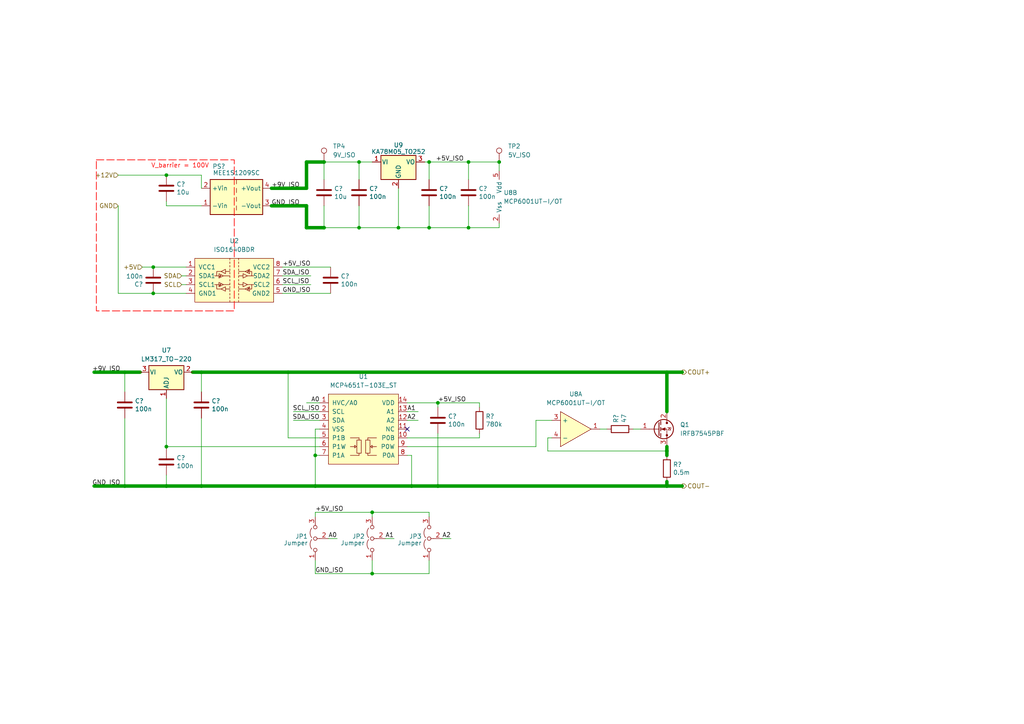
<source format=kicad_sch>
(kicad_sch (version 20230121) (generator eeschema)
  (paper "A4")
  (lib_symbols
    (symbol "Connector:TestPoint" (pin_numbers hide) (pin_names (offset 0.762) hide)
      (property "Reference" "TP" (at 0 6.858 0))
      (property "Value" "TestPoint" (at 0 5.08 0))
      (symbol "TestPoint_0_1"
        (circle (center 0 3.302) (radius 0.762))
      )
      (symbol "TestPoint_1_1"
        (pin passive line (at 0 0 90) (length 2.54) (name "1") (number "1"))
      )
    )
    (symbol "Converter_DCDC:MEE1S1209SC"
      (property "Reference" "PS" (at -7.62 6.35 0))
      (property "Value" "MEE1S1209SC" (at 1.27 6.35 0))
      (symbol "MEE1S1209SC_0_0"
        (pin power_in line (at -10.16 -2.54 0) (length 2.54) (name "-Vin") (number "1"))
        (pin power_in line (at -10.16 2.54 0) (length 2.54) (name "+Vin") (number "2"))
        (pin power_out line (at 10.16 -2.54 180) (length 2.54) (name "-Vout") (number "3"))
        (pin power_out line (at 10.16 2.54 180) (length 2.54) (name "+Vout") (number "4"))
      )
      (symbol "MEE1S1209SC_0_1"
        (rectangle (start -7.62 5.08) (end 7.62 -5.08) (stroke (width 0.254)) (fill (type background)))
        (polyline (pts (xy 0 -2.54) (xy 0 -3.81)))
        (polyline (pts (xy 0 0) (xy 0 -1.27)))
        (polyline (pts (xy 0 2.54) (xy 0 1.27)))
        (polyline (pts (xy 0 5.08) (xy 0 3.81)))
      )
    )
    (symbol "Device:C" (pin_numbers hide) (pin_names (offset 0.254))
      (property "Reference" "C" (at 0.635 2.54 0))
      (property "Value" "C" (at 0.635 -2.54 0))
      (symbol "C_0_1"
        (polyline (pts (xy -2.032 -0.762) (xy 2.032 -0.762)) (stroke (width 0.508)))
        (polyline (pts (xy -2.032 0.762) (xy 2.032 0.762)) (stroke (width 0.508)))
      )
      (symbol "C_1_1"
        (pin passive line (at 0 3.81 270) (length 2.794) (name "~") (number "1"))
        (pin passive line (at 0 -3.81 90) (length 2.794) (name "~") (number "2"))
      )
    )
    (symbol "Device:R" (pin_numbers hide) (pin_names (offset 0))
      (property "Reference" "R" (at 2.032 0 90))
      (property "Value" "R" (at 0 0 90))
      (symbol "R_0_1"
        (rectangle (start -1.016 -2.54) (end 1.016 2.54) (stroke (width 0.254)))
      )
      (symbol "R_1_1"
        (pin passive line (at 0 3.81 270) (length 1.27) (name "~") (number "1"))
        (pin passive line (at 0 -3.81 90) (length 1.27) (name "~") (number "2"))
      )
    )
    (symbol "ISO1640BDR_1" (pin_names (offset 1.016))
      (property "Reference" "U" (at 0 10.16 0))
      (property "Value" "ISO1640BDR" (at 0 7.62 0))
      (symbol "ISO1640BDR_1_0_1"
        (rectangle (start -11.43 6.35) (end 11.43 -6.35) (fill (type background)))
        (polyline (pts (xy -5.715 1.27) (xy -4.445 1.27)))
        (polyline (pts (xy -4.191 1.143) (xy -4.064 1.016)))
        (polyline (pts (xy -4.064 1.397) (xy -3.81 1.397)))
        (polyline (pts (xy -3.175 -1.27) (xy -1.27 -1.27)))
        (polyline (pts (xy -3.175 1.27) (xy -1.27 1.27)))
        (polyline (pts (xy -1.27 5.334) (xy -1.27 4.826)))
        (polyline (pts (xy -1.27 6.35) (xy -1.27 5.842)))
        (polyline (pts (xy 3.175 -2.54) (xy 1.27 -2.54)))
        (polyline (pts (xy 3.175 2.54) (xy 1.27 2.54)))
        (polyline (pts (xy -5.08 -1.27) (xy -5.08 -2.54) (xy -3.81 -2.54)))
        (polyline (pts (xy -5.08 1.27) (xy -5.08 2.54) (xy -3.81 2.54)))
        (polyline (pts (xy -4.191 1.143) (xy -4.064 1.397) (xy -4.191 1.143)))
        (polyline (pts (xy -4.064 1.016) (xy -4.318 1.016) (xy -4.191 1.016)))
        (polyline (pts (xy -4.064 1.016) (xy -3.937 1.27) (xy -4.064 1.397)))
        (polyline (pts (xy 4.445 2.54) (xy 5.08 2.54) (xy 5.08 1.27)))
        (polyline (pts (xy 4.445 -2.54) (xy 5.08 -2.54) (xy 5.08 -1.27) (xy 5.08 -2.54)))
        (polyline (pts (xy -4.445 1.905) (xy -4.445 0.635) (xy -3.175 1.27) (xy -4.445 1.905) (xy -3.175 1.27)))
      )
      (symbol "ISO1640BDR_1_1_1"
        (polyline (pts (xy -5.715 -1.27) (xy -4.445 -1.27)))
        (polyline (pts (xy -4.191 -1.397) (xy -4.064 -1.524)))
        (polyline (pts (xy -4.064 -1.143) (xy -3.81 -1.143)))
        (polyline (pts (xy -1.27 -5.842) (xy -1.27 -6.35)))
        (polyline (pts (xy -1.27 -4.826) (xy -1.27 -5.334)))
        (polyline (pts (xy -1.27 -3.81) (xy -1.27 -4.318)))
        (polyline (pts (xy -1.27 -2.794) (xy -1.27 -3.302)))
        (polyline (pts (xy -1.27 -2.54) (xy -2.54 -2.54)))
        (polyline (pts (xy -1.27 -1.778) (xy -1.27 -2.286)))
        (polyline (pts (xy -1.27 -0.762) (xy -1.27 -1.27)))
        (polyline (pts (xy -1.27 0.254) (xy -1.27 -0.254)))
        (polyline (pts (xy -1.27 1.27) (xy -1.27 0.762)))
        (polyline (pts (xy -1.27 2.286) (xy -1.27 1.778)))
        (polyline (pts (xy -1.27 2.54) (xy -2.54 2.54)))
        (polyline (pts (xy -1.27 3.302) (xy -1.27 2.794)))
        (polyline (pts (xy -1.27 4.318) (xy -1.27 3.81)))
        (polyline (pts (xy 1.27 -5.842) (xy 1.27 -6.35)))
        (polyline (pts (xy 1.27 -4.826) (xy 1.27 -5.334)))
        (polyline (pts (xy 1.27 -3.81) (xy 1.27 -4.318)))
        (polyline (pts (xy 1.27 -2.794) (xy 1.27 -3.302)))
        (polyline (pts (xy 1.27 -1.778) (xy 1.27 -2.286)))
        (polyline (pts (xy 1.27 -1.27) (xy 2.54 -1.27)))
        (polyline (pts (xy 1.27 -0.762) (xy 1.27 -1.27)))
        (polyline (pts (xy 1.27 0.254) (xy 1.27 -0.254)))
        (polyline (pts (xy 1.27 1.27) (xy 1.27 0.762)))
        (polyline (pts (xy 1.27 1.27) (xy 2.54 1.27)))
        (polyline (pts (xy 1.27 2.286) (xy 1.27 1.778)))
        (polyline (pts (xy 1.27 3.302) (xy 1.27 2.794)))
        (polyline (pts (xy 1.27 4.318) (xy 1.27 3.81)))
        (polyline (pts (xy 1.27 5.334) (xy 1.27 4.826)))
        (polyline (pts (xy 1.27 6.35) (xy 1.27 5.842)))
        (polyline (pts (xy 3.81 -1.27) (xy 5.715 -1.27)))
        (polyline (pts (xy 3.81 1.27) (xy 5.715 1.27)))
        (polyline (pts (xy 4.064 -2.667) (xy 3.81 -2.667)))
        (polyline (pts (xy 4.064 2.413) (xy 3.81 2.413)))
        (polyline (pts (xy 4.191 -2.413) (xy 4.064 -2.286)))
        (polyline (pts (xy 4.191 2.667) (xy 4.064 2.794)))
        (polyline (pts (xy -4.191 -1.397) (xy -4.064 -1.143) (xy -4.191 -1.397)))
        (polyline (pts (xy -4.064 -1.524) (xy -4.318 -1.524) (xy -4.191 -1.524)))
        (polyline (pts (xy -4.064 -1.524) (xy -3.937 -1.27) (xy -4.064 -1.143)))
        (polyline (pts (xy 4.064 -2.286) (xy 3.937 -2.54) (xy 4.064 -2.667)))
        (polyline (pts (xy 4.064 -2.286) (xy 4.318 -2.286) (xy 4.191 -2.286)))
        (polyline (pts (xy 4.064 2.794) (xy 3.937 2.54) (xy 4.064 2.413)))
        (polyline (pts (xy 4.064 2.794) (xy 4.318 2.794) (xy 4.191 2.794)))
        (polyline (pts (xy 4.191 -2.413) (xy 4.064 -2.667) (xy 4.191 -2.413)))
        (polyline (pts (xy 4.191 2.667) (xy 4.064 2.413) (xy 4.191 2.667)))
        (polyline (pts (xy -4.445 -0.635) (xy -4.445 -1.905) (xy -3.175 -1.27) (xy -4.445 -0.635) (xy -3.175 -1.27)))
        (polyline (pts (xy -2.54 -3.175) (xy -2.54 -1.905) (xy -3.81 -2.54) (xy -2.54 -3.175) (xy -3.81 -2.54)))
        (polyline (pts (xy -2.54 1.905) (xy -2.54 3.175) (xy -3.81 2.54) (xy -2.54 1.905) (xy -3.81 2.54)))
        (polyline (pts (xy 2.54 -0.635) (xy 2.54 -1.905) (xy 3.81 -1.27) (xy 2.54 -0.635) (xy 3.81 -1.27)))
        (polyline (pts (xy 2.54 1.905) (xy 2.54 0.635) (xy 3.81 1.27) (xy 2.54 1.905) (xy 3.81 1.27)))
        (polyline (pts (xy 4.445 -3.175) (xy 4.445 -1.905) (xy 3.175 -2.54) (xy 4.445 -3.175) (xy 3.175 -2.54)))
        (polyline (pts (xy 4.445 1.905) (xy 4.445 3.175) (xy 3.175 2.54) (xy 4.445 1.905) (xy 3.175 2.54)))
        (pin power_in line (at -13.97 3.81 0) (length 2.54) (name "VCC1") (number "1"))
        (pin bidirectional line (at -13.97 1.27 0) (length 2.54) (name "SDA1") (number "2"))
        (pin bidirectional line (at -13.97 -1.27 0) (length 2.54) (name "SCL1") (number "3"))
        (pin power_out line (at -13.97 -3.81 0) (length 2.54) (name "GND1") (number "4"))
        (pin power_out line (at 13.97 -3.81 180) (length 2.54) (name "GND2") (number "5"))
        (pin bidirectional line (at 13.97 -1.27 180) (length 2.54) (name "SCL2") (number "6"))
        (pin bidirectional line (at 13.97 1.27 180) (length 2.54) (name "SDA2") (number "7"))
        (pin power_in line (at 13.97 3.81 180) (length 2.54) (name "VCC2") (number "8"))
      )
    )
    (symbol "Jumper:Jumper_3_Open" (pin_names (offset 0) hide)
      (property "Reference" "JP" (at -2.54 -2.54 0))
      (property "Value" "Jumper_3_Open" (at 0 2.794 0))
      (symbol "Jumper_3_Open_0_0"
        (circle (center -3.302 0) (radius 0.508))
        (circle (center 0 0) (radius 0.508))
        (circle (center 3.302 0) (radius 0.508))
      )
      (symbol "Jumper_3_Open_0_1"
        (arc (start -0.254 1.016) (mid -1.651 1.4992) (end -3.048 1.016))
        (polyline (pts (xy 0 -0.508) (xy 0 -1.27)))
        (arc (start 3.048 1.016) (mid 1.651 1.4992) (end 0.254 1.016))
      )
      (symbol "Jumper_3_Open_1_1"
        (pin passive line (at -6.35 0 0) (length 2.54) (name "A") (number "1"))
        (pin passive line (at 0 -3.81 90) (length 2.54) (name "C") (number "2"))
        (pin passive line (at 6.35 0 180) (length 2.54) (name "B") (number "3"))
      )
    )
    (symbol "MCP6001UT-I/OT_1"
      (property "Reference" "U" (at 0 10.16 0))
      (property "Value" "MCP6001UT-I/OT" (at 0 7.62 0))
      (symbol "MCP6001UT-I/OT_1_1_1"
        (polyline (pts (xy -3.81 -5.08) (xy -3.81 5.08) (xy 5.08 0) (xy -3.81 -5.08)) (fill (type background)))
        (pin input line (at 7.62 0 180) (length 2.54) (name "") (number "1"))
        (pin input line (at -6.35 2.54 0) (length 2.54) (name "+") (number "3"))
        (pin input line (at -6.35 -2.54 0) (length 2.54) (name "-") (number "4"))
      )
      (symbol "MCP6001UT-I/OT_1_2_1"
        (pin power_out line (at 0 -7.62 90) (length 2.54) (name "Vss") (number "2"))
        (pin power_in line (at 0 7.62 270) (length 2.54) (name "Vdd") (number "5"))
      )
    )
    (symbol "PR7 Custom:IRFB7545PBF"
      (property "Reference" "Q" (at 3.81 0 0))
      (property "Value" "IRFB7545PBF" (at 0 0 0))
      (symbol "IRFB7545PBF_0_1"
        (circle (center -0.889 0) (radius 2.794) (stroke (width 0.254)))
        (circle (center 0 -1.778) (radius 0.254) (fill (type outline)))
        (polyline (pts (xy -2.286 0) (xy -5.08 0)))
        (polyline (pts (xy -2.286 1.905) (xy -2.286 -1.905)) (stroke (width 0.254)))
        (polyline (pts (xy -1.778 -1.27) (xy -1.778 -2.286)) (stroke (width 0.254)))
        (polyline (pts (xy -1.778 0.508) (xy -1.778 -0.508)) (stroke (width 0.254)))
        (polyline (pts (xy -1.778 2.286) (xy -1.778 1.27)) (stroke (width 0.254)))
        (polyline (pts (xy 0 2.54) (xy 0 1.778)))
        (polyline (pts (xy 0 -2.54) (xy 0 0) (xy -1.778 0)))
        (circle (center 0 1.778) (radius 0.254) (fill (type outline)))
      )
      (symbol "IRFB7545PBF_1_1"
        (polyline (pts (xy -1.524 0) (xy -0.508 0.381) (xy -0.508 -0.381) (xy -1.524 0)) (fill (type outline)))
        (polyline (pts (xy 0.254 0.508) (xy 0.381 0.381) (xy 1.143 0.381) (xy 1.27 0.254)))
        (polyline (pts (xy 0.762 0.381) (xy 0.381 -0.254) (xy 1.143 -0.254) (xy 0.762 0.381)))
        (pin input line (at -7.62 0 0) (length 2.54) (name "") (number "1"))
        (pin passive line (at 0 5.08 270) (length 2.54) (name "") (number "2"))
        (pin passive line (at 0 -5.08 90) (length 2.54) (name "") (number "3"))
        (pin passive line (at 0 5.08 270) (length 2.54) hide (name "D") (number "7"))
      )
    )
    (symbol "PR7 Custom:MCP4651T-103E_ST" (pin_names (offset 1.016))
      (property "Reference" "U" (at 0 13.97 0))
      (property "Value" "MCP4651T-103E_ST" (at 0 11.43 0))
      (symbol "MCP4651T-103E_ST_0_1"
        (rectangle (start -10.16 10.16) (end 10.16 -10.16) (fill (type background)))
        (rectangle (start -1.905 -3.175) (end -0.635 -6.985))
        (polyline (pts (xy -3.81 -7.62) (xy -1.27 -7.62)))
        (polyline (pts (xy -3.81 -5.08) (xy -2.54 -5.08)))
        (polyline (pts (xy -3.81 -2.54) (xy -1.27 -2.54)))
        (polyline (pts (xy -1.27 -7.62) (xy -1.27 -6.985)))
        (polyline (pts (xy -1.27 -2.54) (xy -1.27 -3.175)))
        (polyline (pts (xy -2.54 -4.699) (xy -2.54 -5.461) (xy -2.032 -5.08) (xy -2.54 -4.699)))
      )
      (symbol "MCP4651T-103E_ST_1_1"
        (polyline (pts (xy 1.27 -7.62) (xy 1.27 -6.985)))
        (polyline (pts (xy 1.27 -2.54) (xy 1.27 -3.175)))
        (polyline (pts (xy 3.81 -7.62) (xy 1.27 -7.62)))
        (polyline (pts (xy 3.81 -5.08) (xy 2.54 -5.08)))
        (polyline (pts (xy 3.81 -2.54) (xy 1.27 -2.54)))
        (polyline (pts (xy 2.54 -5.461) (xy 2.54 -4.699) (xy 2.032 -5.08) (xy 2.54 -5.461)))
        (rectangle (start 1.905 -6.985) (end 0.635 -3.175))
        (pin bidirectional line (at -12.7 7.62 0) (length 2.54) (name "HVC/A0") (number "1"))
        (pin bidirectional line (at 12.7 -2.54 180) (length 2.54) (name "P0B") (number "10"))
        (pin no_connect line (at 12.7 0 180) (length 2.54) (name "NC") (number "11"))
        (pin bidirectional line (at 12.7 2.54 180) (length 2.54) (name "A2") (number "12"))
        (pin bidirectional line (at 12.7 5.08 180) (length 2.54) (name "A1") (number "13"))
        (pin power_out line (at 12.7 7.62 180) (length 2.54) (name "VDD") (number "14"))
        (pin bidirectional line (at -12.7 5.08 0) (length 2.54) (name "SCL") (number "2"))
        (pin bidirectional line (at -12.7 2.54 0) (length 2.54) (name "SDA") (number "3"))
        (pin power_in line (at -12.7 0 0) (length 2.54) (name "VSS") (number "4"))
        (pin bidirectional line (at -12.7 -2.54 0) (length 2.54) (name "P1B") (number "5"))
        (pin bidirectional line (at -12.7 -5.08 0) (length 2.54) (name "P1W") (number "6"))
        (pin bidirectional line (at -12.7 -7.62 0) (length 2.54) (name "P1A") (number "7"))
        (pin bidirectional line (at 12.7 -7.62 180) (length 2.54) (name "P0A") (number "8"))
        (pin bidirectional line (at 12.7 -5.08 180) (length 2.54) (name "P0W") (number "9"))
      )
    )
    (symbol "Regulator_Linear:KA78M05_TO252" (pin_names (offset 0.254))
      (property "Reference" "U" (at -3.81 3.175 0))
      (property "Value" "KA78M05_TO252" (at 0 3.175 0))
      (symbol "KA78M05_TO252_0_1"
        (rectangle (start -5.08 1.905) (end 5.08 -5.08) (stroke (width 0.254)) (fill (type background)))
      )
      (symbol "KA78M05_TO252_1_1"
        (pin power_in line (at -7.62 0 0) (length 2.54) (name "VI") (number "1"))
        (pin power_in line (at 0 -7.62 90) (length 2.54) (name "GND") (number "2"))
        (pin power_out line (at 7.62 0 180) (length 2.54) (name "VO") (number "3"))
      )
    )
    (symbol "Regulator_Linear:LM317_TO-220" (pin_names (offset 0.254))
      (property "Reference" "U" (at -3.81 3.175 0))
      (property "Value" "LM317_TO-220" (at 0 3.175 0))
      (symbol "LM317_TO-220_0_1"
        (rectangle (start -5.08 1.905) (end 5.08 -5.08) (stroke (width 0.254)) (fill (type background)))
      )
      (symbol "LM317_TO-220_1_1"
        (pin input line (at 0 -7.62 90) (length 2.54) (name "ADJ") (number "1"))
        (pin power_out line (at 7.62 0 180) (length 2.54) (name "VO") (number "2"))
        (pin power_in line (at -7.62 0 0) (length 2.54) (name "VI") (number "3"))
      )
    )
  )
  (junction (at 104.14 46.99))
  (junction (at 58.42 140.97))
  (junction (at 48.26 129.54))
  (junction (at 135.89 66.04))
  (junction (at 127 116.84))
  (junction (at 36.195 140.97))
  (junction (at 124.46 66.04))
  (junction (at 93.98 46.99))
  (junction (at 48.26 140.97))
  (junction (at 93.98 66.04))
  (junction (at 58.42 107.95))
  (junction (at 107.95 148.59))
  (junction (at 91.44 140.97))
  (junction (at 104.14 66.04))
  (junction (at 124.46 46.99))
  (junction (at 193.421 140.97))
  (junction (at 36.195 107.95))
  (junction (at 193.421 130.81))
  (junction (at 193.421 107.95))
  (junction (at 144.78 46.99))
  (junction (at 119.38 140.97))
  (junction (at 115.57 66.04))
  (junction (at 44.45 77.47))
  (junction (at 91.44 132.08))
  (junction (at 44.45 85.09))
  (junction (at 83.566 107.95))
  (junction (at 135.89 46.99))
  (junction (at 127 140.97))
  (junction (at 107.95 166.37))
  (junction (at 48.26 50.8))
  (no_connect (at 118.11 124.46))
  (wire (pts (xy 78.74 54.61) (xy 88.9 54.61)) (stroke (width 1)))
  (wire (pts (xy 139.065 125.73) (xy 139.065 127)))
  (wire (pts (xy 111.76 156.21) (xy 114.3 156.21)))
  (wire (pts (xy 88.9 66.04) (xy 93.98 66.04)) (stroke (width 1)))
  (wire (pts (xy 55.88 107.95) (xy 58.42 107.95)) (stroke (width 1)))
  (wire (pts (xy 144.78 46.99) (xy 144.78 49.53)))
  (wire (pts (xy 85.09 119.38) (xy 92.71 119.38)))
  (wire (pts (xy 91.44 166.37) (xy 107.95 166.37)))
  (wire (pts (xy 48.26 58.42) (xy 48.26 59.69)))
  (wire (pts (xy 107.95 148.59) (xy 124.46 148.59)))
  (wire (pts (xy 107.95 148.59) (xy 107.95 149.86)))
  (wire (pts (xy 124.46 148.59) (xy 124.46 149.86)))
  (wire (pts (xy 91.44 140.97) (xy 119.38 140.97)) (stroke (width 1)))
  (wire (pts (xy 48.006 129.54) (xy 48.26 129.54)))
  (wire (pts (xy 83.566 107.95) (xy 193.421 107.95)) (stroke (width 1)))
  (wire (pts (xy 81.915 80.01) (xy 90.17 80.01)))
  (wire (pts (xy 115.57 66.04) (xy 124.46 66.04)))
  (wire (pts (xy 93.98 66.04) (xy 104.14 66.04)))
  (wire (pts (xy 135.89 46.99) (xy 144.78 46.99)))
  (wire (pts (xy 119.38 140.97) (xy 127 140.97)) (stroke (width 1)))
  (wire (pts (xy 124.46 162.56) (xy 124.46 166.37)))
  (wire (pts (xy 193.421 140.97) (xy 197.866 140.97)) (stroke (width 1)))
  (wire (pts (xy 193.421 119.38) (xy 193.421 107.95)) (stroke (width 1)))
  (wire (pts (xy 193.421 129.54) (xy 193.421 130.81)) (stroke (width 1)))
  (wire (pts (xy 36.195 107.95) (xy 40.64 107.95)) (stroke (width 1)))
  (wire (pts (xy 58.42 107.95) (xy 83.566 107.95)) (stroke (width 1)))
  (wire (pts (xy 34.29 85.09) (xy 34.29 59.69)))
  (wire (pts (xy 88.9 46.99) (xy 88.9 54.61)) (stroke (width 1)))
  (wire (pts (xy 34.29 50.8) (xy 48.26 50.8)))
  (wire (pts (xy 104.14 46.99) (xy 107.95 46.99)))
  (wire (pts (xy 104.14 66.04) (xy 115.57 66.04)))
  (wire (pts (xy 93.98 46.99) (xy 88.9 46.99)))
  (wire (pts (xy 88.9 46.99) (xy 93.98 46.99)) (stroke (width 1)))
  (wire (pts (xy 91.44 132.08) (xy 91.44 140.97)))
  (wire (pts (xy 36.195 140.97) (xy 48.26 140.97)) (stroke (width 1)))
  (wire (pts (xy 158.877 127) (xy 160.02 127)))
  (wire (pts (xy 193.421 130.81) (xy 193.421 132.08)) (stroke (width 1)))
  (wire (pts (xy 88.9 116.84) (xy 92.71 116.84)))
  (wire (pts (xy 48.26 115.57) (xy 48.26 129.54)))
  (wire (pts (xy 48.26 129.54) (xy 48.26 130.175)))
  (wire (pts (xy 81.915 77.47) (xy 95.885 77.47)))
  (wire (pts (xy 118.11 116.84) (xy 127 116.84)))
  (wire (pts (xy 81.915 85.09) (xy 95.885 85.09)))
  (wire (pts (xy 48.26 50.8) (xy 58.42 50.8)))
  (wire (pts (xy 58.42 140.97) (xy 91.44 140.97)) (stroke (width 1)))
  (wire (pts (xy 107.95 166.37) (xy 124.46 166.37)))
  (wire (pts (xy 127 116.84) (xy 127 118.11)))
  (wire (pts (xy 52.705 82.55) (xy 53.975 82.55)))
  (wire (pts (xy 83.566 127) (xy 83.566 107.95)))
  (wire (pts (xy 118.11 119.38) (xy 121.285 119.38)))
  (wire (pts (xy 44.45 85.09) (xy 34.29 85.09)))
  (wire (pts (xy 92.71 124.46) (xy 91.44 124.46)))
  (wire (pts (xy 93.98 52.07) (xy 93.98 46.99)))
  (wire (pts (xy 107.95 162.56) (xy 107.95 166.37)))
  (wire (pts (xy 124.46 59.69) (xy 124.46 66.04)))
  (wire (pts (xy 144.78 64.77) (xy 144.78 66.04)))
  (wire (pts (xy 36.195 107.95) (xy 36.195 113.665)))
  (wire (pts (xy 92.71 127) (xy 83.566 127)))
  (wire (pts (xy 58.42 121.285) (xy 58.42 140.97)))
  (wire (pts (xy 119.38 132.08) (xy 118.11 132.08)))
  (wire (pts (xy 127 140.97) (xy 193.421 140.97)) (stroke (width 1)))
  (wire (pts (xy 44.45 77.47) (xy 53.975 77.47)))
  (wire (pts (xy 85.09 121.92) (xy 92.71 121.92)))
  (wire (pts (xy 48.26 59.69) (xy 58.42 59.69)))
  (wire (pts (xy 104.14 59.69) (xy 104.14 66.04)))
  (wire (pts (xy 52.705 80.01) (xy 53.975 80.01)))
  (wire (pts (xy 81.915 82.55) (xy 90.17 82.55)))
  (wire (pts (xy 27.305 107.95) (xy 36.195 107.95)) (stroke (width 1)))
  (wire (pts (xy 118.11 121.92) (xy 121.285 121.92)))
  (wire (pts (xy 173.99 124.46) (xy 176.022 124.46)))
  (wire (pts (xy 155.448 129.54) (xy 155.448 121.92)))
  (wire (pts (xy 193.421 139.7) (xy 193.421 140.97)) (stroke (width 1)))
  (wire (pts (xy 118.11 127) (xy 139.065 127)))
  (wire (pts (xy 135.89 59.69) (xy 135.89 66.04)))
  (wire (pts (xy 78.74 59.69) (xy 88.9 59.69)) (stroke (width 1)))
  (wire (pts (xy 124.46 52.07) (xy 124.46 46.99)))
  (wire (pts (xy 118.11 129.54) (xy 155.448 129.54)))
  (wire (pts (xy 104.14 46.99) (xy 104.14 52.07)))
  (wire (pts (xy 155.448 121.92) (xy 160.02 121.92)))
  (wire (pts (xy 158.877 127) (xy 158.877 130.81)))
  (wire (pts (xy 127 125.73) (xy 127 140.97)))
  (wire (pts (xy 91.44 132.08) (xy 92.71 132.08)))
  (wire (pts (xy 36.195 121.285) (xy 36.195 140.97)))
  (wire (pts (xy 124.46 66.04) (xy 135.89 66.04)))
  (wire (pts (xy 27.305 140.97) (xy 36.195 140.97)) (stroke (width 1)))
  (wire (pts (xy 193.421 107.95) (xy 197.866 107.95)) (stroke (width 1)))
  (wire (pts (xy 91.44 148.59) (xy 107.95 148.59)))
  (wire (pts (xy 183.642 124.46) (xy 185.801 124.46)))
  (wire (pts (xy 58.42 107.95) (xy 58.42 113.665)))
  (wire (pts (xy 48.26 129.54) (xy 92.71 129.54)))
  (wire (pts (xy 139.065 116.84) (xy 139.065 118.11)))
  (wire (pts (xy 119.38 132.08) (xy 119.38 140.97)))
  (wire (pts (xy 44.45 85.09) (xy 53.975 85.09)))
  (wire (pts (xy 95.25 156.21) (xy 97.79 156.21)))
  (wire (pts (xy 41.275 77.47) (xy 44.45 77.47)))
  (wire (pts (xy 93.98 46.99) (xy 104.14 46.99)))
  (wire (pts (xy 123.19 46.99) (xy 124.46 46.99)))
  (wire (pts (xy 83.566 107.95) (xy 85.09 107.95)))
  (wire (pts (xy 48.26 137.795) (xy 48.26 140.97)))
  (wire (pts (xy 93.98 59.69) (xy 93.98 66.04)))
  (wire (pts (xy 135.89 66.04) (xy 144.78 66.04)))
  (wire (pts (xy 124.46 46.99) (xy 135.89 46.99)))
  (wire (pts (xy 127 116.84) (xy 139.065 116.84)))
  (wire (pts (xy 58.42 50.8) (xy 58.42 54.61)))
  (wire (pts (xy 91.44 162.56) (xy 91.44 166.37)))
  (wire (pts (xy 115.57 54.61) (xy 115.57 66.04)))
  (wire (pts (xy 88.9 66.04) (xy 88.9 59.69)) (stroke (width 1)))
  (wire (pts (xy 135.89 52.07) (xy 135.89 46.99)))
  (wire (pts (xy 128.27 156.21) (xy 130.81 156.21)))
  (wire (pts (xy 91.44 124.46) (xy 91.44 132.08)))
  (wire (pts (xy 91.44 148.59) (xy 91.44 149.86)))
  (wire (pts (xy 158.877 130.81) (xy 193.421 130.81)))
  (wire (pts (xy 48.26 140.97) (xy 58.42 140.97)) (stroke (width 1)))
  (rectangle (start 27.94 46.355) (end 67.945 90.17) (stroke (width 0.2) (type dash) (color 255 0 0 1)))
  (text "V_barrier = 100V" (at 43.815 48.895 0) (effects (font (size 1.27 1.27)) (justify left bottom)))
  (label "+5V_ISO" (at 126.365 46.99 0))
  (label "A0" (at 95.25 156.21 0))
  (label "+5V_ISO" (at 91.44 148.59 0))
  (label "GND_ISO" (at 81.915 85.09 0))
  (label "GND_ISO" (at 91.44 166.37 0))
  (label "A0" (at 92.71 116.84 180))
  (label "A1" (at 111.76 156.21 0))
  (label "A2" (at 128.27 156.21 0))
  (label "A2" (at 118.11 121.92 0))
  (label "A1" (at 118.11 119.38 0))
  (label "GND_ISO" (at 78.74 59.69 0))
  (label "SDA_ISO" (at 81.915 80.01 0))
  (label "+9V_ISO" (at 78.74 54.61 0))
  (label "SCL_ISO" (at 81.915 82.55 0))
  (label "+5V_ISO" (at 127 116.84 0))
  (label "GND_ISO" (at 34.925 140.97 180))
  (label "SDA_ISO" (at 92.71 121.92 180))
  (label "+9V_ISO" (at 34.925 107.95 180))
  (label "+5V_ISO" (at 81.915 77.47 0))
  (label "SCL_ISO" (at 92.71 119.38 180))
  (hierarchical_label "+12V" (shape input) (at 34.29 50.8 180))
  (hierarchical_label "COUT+" (shape output) (at 197.866 107.95 0))
  (hierarchical_label "COUT-" (shape output) (at 197.866 140.97 0))
  (hierarchical_label "SDA" (shape input) (at 52.705 80.01 180))
  (hierarchical_label "GND" (shape input) (at 34.29 59.69 180))
  (hierarchical_label "+5V" (shape input) (at 41.275 77.47 180))
  (hierarchical_label "SCL" (shape input) (at 52.705 82.55 180))
  (symbol (lib_id "Device:C") (at 44.45 81.28 180) (unit 1)
    (property "Reference" "C?" (at 41.529 82.4484 0) (effects (justify left)))
    (property "Value" "100n" (at 41.529 80.137 0) (effects (justify left)))
    (property "Footprint" "Capacitor_SMD:C_0805_2012Metric" (effects hide))
    (instances (project "Battery_Emulator" (path "" (reference "C?") (unit 1)) (path "" (reference "C18") (unit 1)) (path "" (reference "C24") (unit 1)) (path "" (reference "C35") (unit 1)) (path "" (reference "C46") (unit 1))))
  )
  (symbol (lib_id "Device:C") (at 95.885 81.28 0) (unit 1)
    (property "Reference" "C?" (at 98.806 80.1116 0) (effects (justify left)))
    (property "Value" "100n" (at 98.806 82.423 0) (effects (justify left)))
    (property "Footprint" "Capacitor_SMD:C_0805_2012Metric" (effects hide))
    (instances (project "Battery_Emulator" (path "" (reference "C?") (unit 1)) (path "" (reference "C15") (unit 1)) (path "" (reference "C29") (unit 1)) (path "" (reference "C40") (unit 1)) (path "" (reference "C51") (unit 1))))
  )
  (symbol (lib_id "Device:C") (at 93.98 55.88 0) (unit 1)
    (property "Reference" "C?" (at 96.901 54.7116 0) (effects (justify left)))
    (property "Value" "10u" (at 96.901 57.023 0) (effects (justify left)))
    (property "Footprint" "Capacitor_SMD:C_0805_2012Metric" (effects hide))
    (property "Datasheet" "https://nl.mouser.com/ProductDetail/Samsung-Electro-Mechanics/CL21B106KOQNFNE?qs=sGAEpiMZZMvsSlwiRhF8qtsGU%2FCnaNeQ0%2F%252Bxo5Hzglmfy9VJLF06Qw%3D%3D" (effects hide))
    (instances (project "Battery_Emulator" (path "" (reference "C?") (unit 1)) (path "" (reference "C16") (unit 1)) (path "" (reference "C28") (unit 1)) (path "" (reference "C39") (unit 1)) (path "" (reference "C50") (unit 1))))
  )
  (symbol (lib_id "Device:C") (at 36.195 117.475 0) (unit 1)
    (property "Reference" "C?" (at 39.116 116.3066 0) (effects (justify left)))
    (property "Value" "100n" (at 39.116 118.618 0) (effects (justify left)))
    (property "Footprint" "Capacitor_SMD:C_0805_2012Metric" (effects hide))
    (instances (project "Battery_Emulator" (path "" (reference "C?") (unit 1)) (path "" (reference "C6") (unit 1)) (path "" (reference "C23") (unit 1)) (path "" (reference "C34") (unit 1)) (path "" (reference "C45") (unit 1))))
  )
  (symbol (lib_id "Connector:TestPoint") (at 93.98 46.99 0) (unit 1)
    (property "Reference" "TP4" (at 96.52 42.418 0) (effects (justify left)))
    (property "Value" "9V_ISO" (at 96.52 44.958 0) (effects (justify left)))
    (property "Footprint" "TestPoint:TestPoint_Pad_D2.5mm" (effects hide))
    (instances (project "Battery_Emulator" (path "" (reference "TP4") (unit 1)) (path "" (reference "TP5") (unit 1)) (path "" (reference "TP14") (unit 1)) (path "" (reference "TP18") (unit 1))))
  )
  (symbol (lib_id "Device:R") (at 179.832 124.46 90) (unit 1)
    (property "Reference" "R?" (at 178.6636 122.682 0) (effects (justify left)))
    (property "Value" "47" (at 180.975 122.682 0) (effects (justify left)))
    (property "Footprint" "Resistor_SMD:R_0805_2012Metric" (effects hide))
    (property "Datasheet" "https://nl.mouser.com/ProductDetail/Ohmite/PCS2512FR0050ET?qs=sGAEpiMZZMtlleCFQhR%2FzRH%2FPnzm6Qg0HsYmtkKDwHfIXEJ4ch5rIQ%3D%3D" (effects hide))
    (instances (project "Battery_Emulator" (path "" (reference "R?") (unit 1)) (path "" (reference "R7") (unit 1)) (path "" (reference "R9") (unit 1)) (path "" (reference "R12") (unit 1)) (path "" (reference "R15") (unit 1))))
  )
  (symbol (lib_id "Regulator_Linear:LM317_TO-220") (at 48.26 107.95 0) (unit 1)
    (property "Reference" "U7" (at 48.26 101.6 0))
    (property "Value" "LM317_TO-220" (at 48.26 104.14 0))
    (property "Footprint" "Package_TO_SOT_THT:TO-220-3_Horizontal_TabUp" (effects hide))
    (property "Datasheet" "http://www.ti.com/lit/ds/symlink/lm317.pdf" (effects hide))
    (instances (project "Battery_Emulator" (path "" (reference "U7") (unit 1)) (path "" (reference "U6") (unit 1)) (path "" (reference "U15") (unit 1)) (path "" (reference "U20") (unit 1))))
  )
  (symbol (lib_name "MCP6001UT-I/OT_1") (lib_id "PR7 Custom:MCP6001UT-I/OT") (at 166.37 124.46 0) (unit 1)
    (property "Reference" "U8" (at 167.005 114.3 0))
    (property "Value" "MCP6001UT-I/OT" (at 167.005 116.84 0))
    (property "Footprint" "Package_TO_SOT_SMD:SOT-23-5" (effects hide))
    (property "Datasheet" "https://nl.mouser.com/ProductDetail/Microchip-Technology/MCP6001UT-I-OT?qs=Sez7gRs8XSU2iw24kVuIOw%3D%3D" (effects hide))
    (instances (project "Battery_Emulator" (path "" (reference "U8") (unit 1)) (path "" (reference "U14") (unit 1)) (path "" (reference "U19") (unit 1)) (path "" (reference "U24") (unit 1))))
  )
  (symbol (lib_id "Device:R") (at 193.421 135.89 0) (unit 1)
    (property "Reference" "R?" (at 195.199 134.7216 0) (effects (justify left)))
    (property "Value" "0.5m" (at 195.199 137.033 0) (effects (justify left)))
    (property "Footprint" "Resistor_SMD:R_2512_6332Metric" (effects hide))
    (property "Datasheet" "https://nl.mouser.com/ProductDetail/Ohmite/PCS2512FR0050ET?qs=sGAEpiMZZMtlleCFQhR%2FzRH%2FPnzm6Qg0HsYmtkKDwHfIXEJ4ch5rIQ%3D%3D" (effects hide))
    (instances (project "Battery_Emulator" (path "" (reference "R?") (unit 1)) (path "" (reference "R2") (unit 1)) (path "" (reference "R10") (unit 1)) (path "" (reference "R13") (unit 1)) (path "" (reference "R16") (unit 1))))
  )
  (symbol (lib_id "Device:C") (at 48.26 133.985 0) (unit 1)
    (property "Reference" "C?" (at 51.181 132.8166 0) (effects (justify left)))
    (property "Value" "100n" (at 51.181 135.128 0) (effects (justify left)))
    (property "Footprint" "Capacitor_SMD:C_0805_2012Metric" (effects hide))
    (instances (project "Battery_Emulator" (path "" (reference "C?") (unit 1)) (path "" (reference "C3") (unit 1)) (path "" (reference "C26") (unit 1)) (path "" (reference "C37") (unit 1)) (path "" (reference "C48") (unit 1))))
  )
  (symbol (lib_name "ISO1640BDR_1") (lib_id "PR7 Custom:ISO1640BDR") (at 67.945 81.28 0) (unit 1)
    (property "Reference" "U2" (at 67.945 69.85 0))
    (property "Value" "ISO1640BDR" (at 67.945 72.39 0))
    (property "Footprint" "Package_SO:SO-8_3.9x4.9mm_P1.27mm" (effects hide))
    (property "Datasheet" "https://nl.mouser.com/ProductDetail/Texas-Instruments/ISO1640BDR?qs=eP2BKZSCXI7LW%252Bgt82AzLA%3D%3D" (effects hide))
    (instances (project "Battery_Emulator" (path "" (reference "U2") (unit 1)) (path "" (reference "U11") (unit 1)) (path "" (reference "U16") (unit 1)) (path "" (reference "U21") (unit 1))))
  )
  (symbol (lib_id "Device:C") (at 58.42 117.475 0) (unit 1)
    (property "Reference" "C?" (at 61.341 116.3066 0) (effects (justify left)))
    (property "Value" "100n" (at 61.341 118.618 0) (effects (justify left)))
    (property "Footprint" "Capacitor_SMD:C_0805_2012Metric" (effects hide))
    (instances (project "Battery_Emulator" (path "" (reference "C?") (unit 1)) (path "" (reference "C7") (unit 1)) (path "" (reference "C27") (unit 1)) (path "" (reference "C38") (unit 1)) (path "" (reference "C49") (unit 1))))
  )
  (symbol (lib_id "Regulator_Linear:KA78M05_TO252") (at 115.57 46.99 0) (unit 1)
    (property "Reference" "U9" (at 115.57 42.0751 0))
    (property "Value" "KA78M05_TO252" (at 115.57 43.9961 0))
    (property "Footprint" "Package_TO_SOT_SMD:TO-252-2" (effects hide))
    (property "Datasheet" "https://www.onsemi.com/pub/Collateral/MC78M00-D.PDF" (effects hide))
    (instances (project "Battery_Emulator" (path "" (reference "U9") (unit 1)) (path "" (reference "U5") (unit 1)) (path "" (reference "U13") (unit 1)) (path "" (reference "U18") (unit 1)) (path "" (reference "U23") (unit 1))))
  )
  (symbol (lib_id "PR7 Custom:MCP4651T-103E_ST") (at 105.41 124.46 0) (unit 1)
    (property "Reference" "U1" (at 105.41 109.22 0))
    (property "Value" "MCP4651T-103E_ST" (at 105.41 111.76 0))
    (property "Footprint" "Package_SO:TSSOP-14_4.4x5mm_P0.65mm" (effects hide))
    (property "Datasheet" "https://nl.mouser.com/ProductDetail/Microchip-Technology/MCP4651T-103E-ST?qs=hH%252BOa0VZEiCh2%252BQXXFEo3w%3D%3D" (effects hide))
    (instances (project "Battery_Emulator" (path "" (reference "U1") (unit 1)) (path "" (reference "U12") (unit 1)) (path "" (reference "U17") (unit 1)) (path "" (reference "U22") (unit 1))))
  )
  (symbol (lib_id "Device:C") (at 48.26 54.61 0) (unit 1)
    (property "Reference" "C?" (at 51.181 53.4416 0) (effects (justify left)))
    (property "Value" "10u" (at 51.181 55.753 0) (effects (justify left)))
    (property "Footprint" "Capacitor_SMD:C_0805_2012Metric" (effects hide))
    (property "Datasheet" "https://nl.mouser.com/ProductDetail/Samsung-Electro-Mechanics/CL21B106KOQNFNE?qs=sGAEpiMZZMvsSlwiRhF8qtsGU%2FCnaNeQ0%2F%252Bxo5Hzglmfy9VJLF06Qw%3D%3D" (effects hide))
    (instances (project "Battery_Emulator" (path "" (reference "C?") (unit 1)) (path "" (reference "C17") (unit 1)) (path "" (reference "C25") (unit 1)) (path "" (reference "C36") (unit 1)) (path "" (reference "C47") (unit 1))))
  )
  (symbol (lib_id "Jumper:Jumper_3_Open") (at 124.46 156.21 90) (unit 1)
    (property "Reference" "JP3" (at 122.3259 155.5663 90) (effects (justify left)))
    (property "Value" "Jumper" (at 122.3259 157.4873 90) (effects (justify left)))
    (property "Footprint" "Jumper:SolderJumper-3_P1.3mm_Open_Pad1.0x1.5mm_NumberLabels" (effects hide))
    (instances (project "Battery_Emulator" (path "" (reference "JP3") (unit 1)) (path "" (reference "JP6") (unit 1)) (path "" (reference "JP9") (unit 1)) (path "" (reference "JP12") (unit 1))))
  )
  (symbol (lib_id "Device:C") (at 135.89 55.88 0) (unit 1)
    (property "Reference" "C?" (at 138.811 54.7116 0) (effects (justify left)))
    (property "Value" "100n" (at 138.811 57.023 0) (effects (justify left)))
    (property "Footprint" "Capacitor_SMD:C_0805_2012Metric" (effects hide))
    (instances (project "Battery_Emulator" (path "" (reference "C?") (unit 1)) (path "" (reference "C20") (unit 1)) (path "" (reference "C33") (unit 1)) (path "" (reference "C44") (unit 1)) (path "" (reference "C55") (unit 1))))
  )
  (symbol (lib_id "Converter_DCDC:MEE1S1209SC") (at 68.58 57.15 0) (unit 1)
    (property "Reference" "PS?" (at 63.5 48.26 0))
    (property "Value" "MEE1S1209SC" (at 68.58 50.1396 0))
    (property "Footprint" "Converter_DCDC:Converter_DCDC_Murata_MEE1SxxxxSC_THT" (effects hide))
    (property "Datasheet" "https://power.murata.com/pub/data/power/ncl/kdc_mee1.pdf" (effects hide))
    (instances (project "Battery_Emulator" (path "" (reference "PS?") (unit 1)) (path "" (reference "PS1") (unit 1)) (path "" (reference "PS2") (unit 1)) (path "" (reference "PS3") (unit 1)) (path "" (reference "PS4") (unit 1))))
  )
  (symbol (lib_id "Device:R") (at 139.065 121.92 0) (unit 1)
    (property "Reference" "R?" (at 140.843 120.7516 0) (effects (justify left)))
    (property "Value" "780k" (at 140.843 123.063 0) (effects (justify left)))
    (property "Footprint" "Resistor_SMD:R_0805_2012Metric" (effects hide))
    (instances (project "Battery_Emulator" (path "" (reference "R?") (unit 1)) (path "" (reference "R1") (unit 1)) (path "" (reference "R8") (unit 1)) (path "" (reference "R11") (unit 1)) (path "" (reference "R14") (unit 1))))
  )
  (symbol (lib_id "Device:C") (at 127 121.92 0) (unit 1)
    (property "Reference" "C?" (at 129.921 120.7516 0) (effects (justify left)))
    (property "Value" "100n" (at 129.921 123.063 0) (effects (justify left)))
    (property "Footprint" "Capacitor_SMD:C_0805_2012Metric" (effects hide))
    (instances (project "Battery_Emulator" (path "" (reference "C?") (unit 1)) (path "" (reference "C19") (unit 1)) (path "" (reference "C32") (unit 1)) (path "" (reference "C43") (unit 1)) (path "" (reference "C54") (unit 1))))
  )
  (symbol (lib_id "Jumper:Jumper_3_Open") (at 91.44 156.21 90) (unit 1)
    (property "Reference" "JP1" (at 89.3059 155.5663 90) (effects (justify left)))
    (property "Value" "Jumper" (at 89.3059 157.4873 90) (effects (justify left)))
    (property "Footprint" "Jumper:SolderJumper-3_P1.3mm_Open_Pad1.0x1.5mm_NumberLabels" (effects hide))
    (instances (project "Battery_Emulator" (path "" (reference "JP1") (unit 1)) (path "" (reference "JP4") (unit 1)) (path "" (reference "JP7") (unit 1)) (path "" (reference "JP10") (unit 1))))
  )
  (symbol (lib_id "PR7 Custom:IRFB7545PBF") (at 193.421 124.46 0) (unit 1)
    (property "Reference" "Q1" (at 197.231 123.19 0) (effects (justify left)))
    (property "Value" "IRFB7545PBF" (at 197.231 125.73 0) (effects (justify left)))
    (property "Footprint" "Package_TO_SOT_THT:TO-220-3_Horizontal_TabUp" (effects hide))
    (property "Datasheet" "https://nl.mouser.com/ProductDetail/Infineon-Technologies/IRFB7545PBF?qs=a7rcPCEf1Q%252BjvB7f7k7q9g%3D%3D" (effects hide))
    (instances (project "Battery_Emulator" (path "" (reference "Q1") (unit 1)) (path "" (reference "Q2") (unit 1)) (path "" (reference "Q3") (unit 1)) (path "" (reference "Q4") (unit 1))))
  )
  (symbol (lib_id "Connector:TestPoint") (at 144.78 46.99 0) (unit 1)
    (property "Reference" "TP2" (at 147.32 42.418 0) (effects (justify left)))
    (property "Value" "5V_ISO" (at 147.32 44.958 0) (effects (justify left)))
    (property "Footprint" "TestPoint:TestPoint_Pad_D2.5mm" (effects hide))
    (instances (project "Battery_Emulator" (path "" (reference "TP2") (unit 1)) (path "" (reference "TP3") (unit 1)) (path "" (reference "TP15") (unit 1)) (path "" (reference "TP19") (unit 1))))
  )
  (symbol (lib_id "Device:C") (at 124.46 55.88 0) (unit 1)
    (property "Reference" "C?" (at 127.381 54.7116 0) (effects (justify left)))
    (property "Value" "100n" (at 127.381 57.023 0) (effects (justify left)))
    (property "Footprint" "Capacitor_SMD:C_0805_2012Metric" (effects hide))
    (instances (project "Battery_Emulator" (path "" (reference "C?") (unit 1)) (path "" (reference "C2") (unit 1)) (path "" (reference "C31") (unit 1)) (path "" (reference "C42") (unit 1)) (path "" (reference "C53") (unit 1))))
  )
  (symbol (lib_name "MCP6001UT-I/OT_1") (lib_id "PR7 Custom:MCP6001UT-I/OT") (at 144.78 57.15 0) (unit 2)
    (property "Reference" "U8" (at 146.05 55.88 0) (effects (justify left)))
    (property "Value" "MCP6001UT-I/OT" (at 146.05 58.42 0) (effects (justify left)))
    (property "Footprint" "Package_TO_SOT_SMD:SOT-23-5" (effects hide))
    (property "Datasheet" "https://nl.mouser.com/ProductDetail/Microchip-Technology/MCP6001UT-I-OT?qs=Sez7gRs8XSU2iw24kVuIOw%3D%3D" (effects hide))
    (instances (project "Battery_Emulator" (path "" (reference "U8") (unit 2)) (path "" (reference "U14") (unit 2)) (path "" (reference "U19") (unit 2)) (path "" (reference "U24") (unit 2))))
  )
  (symbol (lib_id "Device:C") (at 104.14 55.88 0) (unit 1)
    (property "Reference" "C?" (at 107.061 54.7116 0) (effects (justify left)))
    (property "Value" "100n" (at 107.061 57.023 0) (effects (justify left)))
    (property "Footprint" "Capacitor_SMD:C_0805_2012Metric" (effects hide))
    (instances (project "Battery_Emulator" (path "" (reference "C?") (unit 1)) (path "" (reference "C1") (unit 1)) (path "" (reference "C30") (unit 1)) (path "" (reference "C41") (unit 1)) (path "" (reference "C52") (unit 1))))
  )
  (symbol (lib_id "Jumper:Jumper_3_Open") (at 107.95 156.21 90) (unit 1)
    (property "Reference" "JP2" (at 105.8159 155.5663 90) (effects (justify left)))
    (property "Value" "Jumper" (at 105.8159 157.4873 90) (effects (justify left)))
    (property "Footprint" "Jumper:SolderJumper-3_P1.3mm_Open_Pad1.0x1.5mm_NumberLabels" (effects hide))
    (instances (project "Battery_Emulator" (path "" (reference "JP2") (unit 1)) (path "" (reference "JP5") (unit 1)) (path "" (reference "JP8") (unit 1)) (path "" (reference "JP11") (unit 1))))
  )
)
</source>
